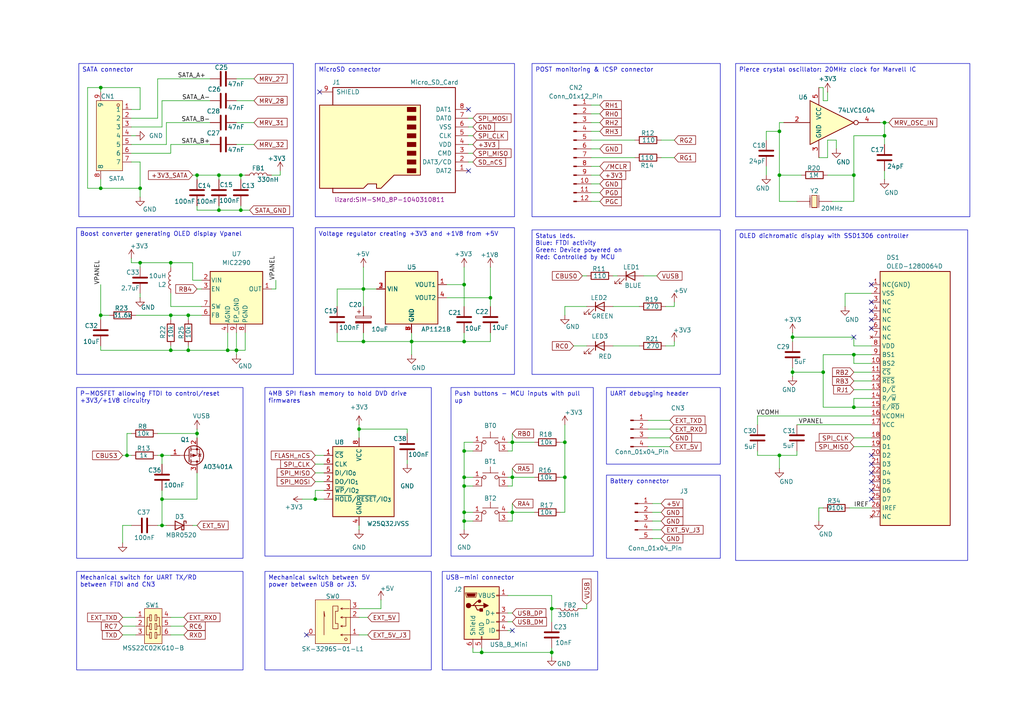
<source format=kicad_sch>
(kicad_sch (version 20250114) (generator "eeschema") (generator_version "9.0")
  (paper "A4")
  (text_box "Boost converter generating OLED display Vpanel" (at 22.225 66.04 0) (size 62.865 42.545) (margins 0.9525 0.9525 0.9525 0.9525) (effects (font (size 1.27 1.27)) (justify left top)))
  (text_box "Mechanical switch for UART TX/RD\nbetween FTDI and CN3" (at 22.225 165.735 0) (size 48.26 28.575) (margins 0.9525 0.9525 0.9525 0.9525) (effects (font (size 1.27 1.27)) (justify left top)))
  (text_box "4MB SPI flash memory to hold DVD drive firmwares" (at 76.835 112.395 0) (size 48.26 48.895) (margins 0.9525 0.9525 0.9525 0.9525) (effects (font (size 1.27 1.27)) (justify left top)))
  (text_box "Voltage regulator creating +3V3 and +1V8 from +5V" (at 91.44 66.04 0) (size 57.785 42.545) (margins 0.9525 0.9525 0.9525 0.9525) (effects (font (size 1.27 1.27)) (justify left top)))
  (text_box "Mechanical switch between 5V\npower between USB or J3." (at 76.835 165.735 0) (size 48.26 28.575) (margins 0.9525 0.9525 0.9525 0.9525) (effects (font (size 1.27 1.27)) (justify left top)))
  (text_box "UART debugging header" (at 175.895 112.395 0) (size 33.02 22.225) (margins 0.9525 0.9525 0.9525 0.9525) (effects (font (size 1.27 1.27)) (justify left top)))
  (text_box "Pierce crystal oscillator: 20MHz clock for Marvell IC" (at 213.36 18.415 0) (size 67.945 44.45) (margins 0.9525 0.9525 0.9525 0.9525) (effects (font (size 1.27 1.27)) (justify left top)))
  (text_box "SATA connector" (at 22.86 18.415 0) (size 62.23 44.45) (margins 0.9525 0.9525 0.9525 0.9525) (effects (font (size 1.27 1.27)) (justify left top)))
  (text_box "OLED dichromatic display with SSD1306 controller" (at 213.36 66.675 0) (size 67.31 95.885) (margins 0.9525 0.9525 0.9525 0.9525) (effects (font (size 1.27 1.27)) (justify left top)))
  (text_box "Push buttons - MCU inputs with pull up" (at 130.81 112.395 0) (size 41.275 48.895) (margins 0.9525 0.9525 0.9525 0.9525) (effects (font (size 1.27 1.27)) (justify left top)))
  (text_box "MicroSD connector" (at 91.44 18.415 0) (size 57.785 44.45) (margins 0.9525 0.9525 0.9525 0.9525) (effects (font (size 1.27 1.27)) (justify left top)))
  (text_box "P-MOSFET allowing FTDI to control/reset +3V3/+1V8 circuitry" (at 22.225 112.395 0) (size 48.26 49.53) (margins 0.9525 0.9525 0.9525 0.9525) (effects (font (size 1.27 1.27)) (justify left top)))
  (text_box "Battery connector" (at 175.895 137.795 0) (size 33.02 24.13) (margins 0.9525 0.9525 0.9525 0.9525) (effects (font (size 1.27 1.27)) (justify left top)))
  (text_box "USB-mini connector" (at 128.27 165.735 0) (size 45.085 28.575) (margins 0.9525 0.9525 0.9525 0.9525) (effects (font (size 1.27 1.27)) (justify left top)))
  (text_box "Status leds.\nBlue: FTDI activity\nGreen: Device powered on\nRed: Controlled by MCU" (at 154.305 66.675 0) (size 54.61 41.91) (margins 0.9525 0.9525 0.9525 0.9525) (effects (font (size 1.27 1.27)) (justify left top)))
  (text_box "POST monitoring & ICSP connector" (at 154.305 18.415 0) (size 54.61 44.45) (margins 0.9525 0.9525 0.9525 0.9525) (effects (font (size 1.27 1.27)) (justify left top)))
  (junction (at 134.62 130.81))
  (junction (at 49.53 91.44))
  (junction (at 229.87 107.95))
  (junction (at 134.62 151.13))
  (junction (at 54.61 101.6))
  (junction (at 160.02 189.23))
  (junction (at 46.99 144.78))
  (junction (at 134.62 140.97))
  (junction (at 163.83 138.43))
  (junction (at 247.65 102.87))
  (junction (at 105.41 99.06))
  (junction (at 104.14 124.46))
  (junction (at 256.54 39.37))
  (junction (at 40.64 54.61))
  (junction (at 238.76 107.95))
  (junction (at 49.53 76.2))
  (junction (at 63.5 60.96))
  (junction (at 46.99 152.4))
  (junction (at 29.21 54.61))
  (junction (at 226.06 38.1))
  (junction (at 163.83 128.27))
  (junction (at 229.87 97.79))
  (junction (at 68.58 101.6))
  (junction (at 148.59 128.27))
  (junction (at 119.38 99.06))
  (junction (at 29.21 91.44))
  (junction (at 134.62 138.43))
  (junction (at 57.15 50.8))
  (junction (at 226.06 50.8))
  (junction (at 36.83 132.08))
  (junction (at 134.62 82.55))
  (junction (at 91.44 144.78))
  (junction (at 69.85 50.8))
  (junction (at 148.59 148.59))
  (junction (at 69.85 60.96))
  (junction (at 54.61 91.44))
  (junction (at 57.15 125.73))
  (junction (at 134.62 99.06))
  (junction (at 247.65 118.11))
  (junction (at 49.53 101.6))
  (junction (at 256.54 35.56))
  (junction (at 142.24 86.36))
  (junction (at 226.06 132.08))
  (junction (at 46.99 132.08))
  (junction (at 134.62 148.59))
  (junction (at 63.5 50.8))
  (junction (at 139.7 189.23))
  (junction (at 160.02 176.53))
  (junction (at 148.59 138.43))
  (junction (at 29.21 25.4))
  (junction (at 105.41 83.82))
  (junction (at 66.04 101.6))
  (junction (at 247.65 50.8))
  (junction (at 40.64 76.2))
  (no_connect (at 252.73 92.71))
  (no_connect (at 148.59 182.88))
  (no_connect (at 252.73 137.16))
  (no_connect (at 252.73 87.63))
  (no_connect (at 252.73 90.17))
  (no_connect (at 247.65 97.79))
  (no_connect (at 252.73 142.24))
  (no_connect (at 252.73 82.55))
  (no_connect (at 92.71 26.67))
  (no_connect (at 135.89 31.75))
  (no_connect (at 252.73 132.08))
  (no_connect (at 88.9 184.15))
  (no_connect (at 252.73 134.62))
  (no_connect (at 252.73 144.78))
  (no_connect (at 252.73 95.25))
  (no_connect (at 252.73 139.7))
  (no_connect (at 135.89 49.53))
  (wire (pts (xy 25.4 25.4) (xy 25.4 54.61)))
  (wire (pts (xy 247.65 39.37) (xy 256.54 39.37)))
  (wire (pts (xy 147.32 180.34) (xy 148.59 180.34)))
  (wire (pts (xy 55.88 76.2) (xy 55.88 81.28)))
  (wire (pts (xy 226.06 132.08) (xy 226.06 135.89)))
  (wire (pts (xy 97.79 99.06) (xy 105.41 99.06)))
  (wire (pts (xy 105.41 96.52) (xy 105.41 99.06)))
  (wire (pts (xy 78.74 50.8) (xy 81.28 50.8)))
  (wire (pts (xy 135.89 44.45) (xy 137.16 44.45)))
  (wire (pts (xy 49.53 76.2) (xy 55.88 76.2)))
  (wire (pts (xy 91.44 139.7) (xy 93.98 139.7)))
  (wire (pts (xy 129.54 86.36) (xy 142.24 86.36)))
  (wire (pts (xy 163.83 91.44) (xy 163.83 88.9)))
  (wire (pts (xy 247.65 110.49) (xy 252.73 110.49)))
  (wire (pts (xy 226.06 58.42) (xy 231.14 58.42)))
  (wire (pts (xy 91.44 142.24) (xy 91.44 144.78)))
  (wire (pts (xy 195.58 87.63) (xy 195.58 88.9)))
  (wire (pts (xy 54.61 100.33) (xy 54.61 101.6)))
  (wire (pts (xy 69.85 50.8) (xy 69.85 52.07)))
  (wire (pts (xy 147.32 138.43) (xy 148.59 138.43)))
  (wire (pts (xy 162.56 138.43) (xy 163.83 138.43)))
  (wire (pts (xy 91.44 137.16) (xy 93.98 137.16)))
  (wire (pts (xy 187.96 124.46) (xy 194.31 124.46)))
  (wire (pts (xy 160.02 189.23) (xy 139.7 189.23)))
  (wire (pts (xy 134.62 99.06) (xy 142.24 99.06)))
  (wire (pts (xy 46.99 144.78) (xy 57.15 144.78)))
  (wire (pts (xy 105.41 99.06) (xy 119.38 99.06)))
  (wire (pts (xy 171.45 48.26) (xy 173.99 48.26)))
  (wire (pts (xy 38.1 132.08) (xy 36.83 132.08)))
  (wire (pts (xy 38.1 31.75) (xy 40.64 31.75)))
  (wire (pts (xy 171.45 33.02) (xy 173.99 33.02)))
  (wire (pts (xy 80.01 83.82) (xy 78.74 83.82)))
  (wire (pts (xy 58.42 81.28) (xy 55.88 81.28)))
  (wire (pts (xy 48.26 35.56) (xy 48.26 41.91)))
  (wire (pts (xy 106.68 184.15) (xy 104.14 184.15)))
  (wire (pts (xy 57.15 83.82) (xy 58.42 83.82)))
  (wire (pts (xy 177.8 80.01) (xy 179.07 80.01)))
  (wire (pts (xy 246.38 147.32) (xy 252.73 147.32)))
  (wire (pts (xy 229.87 97.79) (xy 247.65 97.79)))
  (wire (pts (xy 189.23 146.05) (xy 191.77 146.05)))
  (wire (pts (xy 240.03 26.67) (xy 240.03 29.21)))
  (wire (pts (xy 247.65 100.33) (xy 252.73 100.33)))
  (wire (pts (xy 104.14 176.53) (xy 110.49 176.53)))
  (wire (pts (xy 45.72 22.86) (xy 60.96 22.86)))
  (wire (pts (xy 147.32 140.97) (xy 148.59 140.97)))
  (wire (pts (xy 57.15 50.8) (xy 57.15 52.07)))
  (wire (pts (xy 134.62 82.55) (xy 134.62 88.9)))
  (wire (pts (xy 71.12 50.8) (xy 69.85 50.8)))
  (wire (pts (xy 240.03 45.72) (xy 237.49 45.72)))
  (wire (pts (xy 229.87 107.95) (xy 229.87 106.68)))
  (wire (pts (xy 148.59 135.89) (xy 148.59 138.43)))
  (wire (pts (xy 148.59 146.05) (xy 148.59 148.59)))
  (wire (pts (xy 189.23 156.21) (xy 191.77 156.21)))
  (wire (pts (xy 226.06 35.56) (xy 227.33 35.56)))
  (wire (pts (xy 187.96 121.92) (xy 194.31 121.92)))
  (wire (pts (xy 148.59 140.97) (xy 148.59 138.43)))
  (wire (pts (xy 137.16 187.96) (xy 137.16 189.23)))
  (wire (pts (xy 171.45 55.88) (xy 173.99 55.88)))
  (wire (pts (xy 171.45 30.48) (xy 173.99 30.48)))
  (wire (pts (xy 193.04 100.33) (xy 195.58 100.33)))
  (wire (pts (xy 142.24 99.06) (xy 142.24 96.52)))
  (wire (pts (xy 229.87 96.52) (xy 229.87 97.79)))
  (wire (pts (xy 119.38 99.06) (xy 134.62 99.06)))
  (wire (pts (xy 46.99 29.21) (xy 60.96 29.21)))
  (wire (pts (xy 161.29 176.53) (xy 160.02 176.53)))
  (wire (pts (xy 256.54 49.53) (xy 256.54 52.07)))
  (wire (pts (xy 46.99 142.24) (xy 46.99 144.78)))
  (wire (pts (xy 91.44 132.08) (xy 93.98 132.08)))
  (wire (pts (xy 97.79 96.52) (xy 97.79 99.06)))
  (wire (pts (xy 29.21 52.07) (xy 29.21 54.61)))
  (wire (pts (xy 134.62 148.59) (xy 134.62 151.13)))
  (wire (pts (xy 231.14 132.08) (xy 231.14 130.81)))
  (wire (pts (xy 231.14 123.19) (xy 252.73 123.19)))
  (wire (pts (xy 168.91 80.01) (xy 170.18 80.01)))
  (wire (pts (xy 247.65 58.42) (xy 241.3 58.42)))
  (wire (pts (xy 91.44 144.78) (xy 93.98 144.78)))
  (wire (pts (xy 129.54 82.55) (xy 134.62 82.55)))
  (wire (pts (xy 160.02 189.23) (xy 160.02 187.96)))
  (wire (pts (xy 237.49 147.32) (xy 237.49 151.13)))
  (wire (pts (xy 148.59 128.27) (xy 148.59 130.81)))
  (wire (pts (xy 148.59 148.59) (xy 148.59 151.13)))
  (wire (pts (xy 80.01 81.28) (xy 80.01 83.82)))
  (wire (pts (xy 219.71 120.65) (xy 252.73 120.65)))
  (wire (pts (xy 40.64 46.99) (xy 38.1 46.99)))
  (wire (pts (xy 73.66 22.86) (xy 68.58 22.86)))
  (wire (pts (xy 91.44 142.24) (xy 93.98 142.24)))
  (wire (pts (xy 238.76 118.11) (xy 247.65 118.11)))
  (wire (pts (xy 171.45 43.18) (xy 173.99 43.18)))
  (wire (pts (xy 29.21 91.44) (xy 29.21 92.71)))
  (wire (pts (xy 139.7 189.23) (xy 139.7 187.96)))
  (wire (pts (xy 29.21 91.44) (xy 31.75 91.44)))
  (wire (pts (xy 184.15 40.64) (xy 171.45 40.64)))
  (wire (pts (xy 171.45 58.42) (xy 173.99 58.42)))
  (wire (pts (xy 135.89 39.37) (xy 137.16 39.37)))
  (wire (pts (xy 105.41 77.47) (xy 105.41 83.82)))
  (wire (pts (xy 69.85 50.8) (xy 63.5 50.8)))
  (wire (pts (xy 195.58 99.06) (xy 195.58 100.33)))
  (wire (pts (xy 247.65 115.57) (xy 247.65 118.11)))
  (wire (pts (xy 45.72 132.08) (xy 46.99 132.08)))
  (wire (pts (xy 66.04 96.52) (xy 66.04 101.6)))
  (wire (pts (xy 240.03 45.72) (xy 240.03 40.64)))
  (wire (pts (xy 163.83 128.27) (xy 162.56 128.27)))
  (wire (pts (xy 35.56 152.4) (xy 35.56 157.48)))
  (wire (pts (xy 160.02 172.72) (xy 160.02 176.53)))
  (wire (pts (xy 247.65 115.57) (xy 252.73 115.57)))
  (wire (pts (xy 68.58 101.6) (xy 68.58 102.87)))
  (wire (pts (xy 106.68 179.07) (xy 104.14 179.07)))
  (wire (pts (xy 38.1 152.4) (xy 35.56 152.4)))
  (wire (pts (xy 238.76 107.95) (xy 238.76 118.11)))
  (wire (pts (xy 66.04 101.6) (xy 68.58 101.6)))
  (wire (pts (xy 49.53 184.15) (xy 53.34 184.15)))
  (wire (pts (xy 45.72 152.4) (xy 46.99 152.4)))
  (wire (pts (xy 46.99 152.4) (xy 48.26 152.4)))
  (wire (pts (xy 118.11 133.35) (xy 118.11 134.62)))
  (wire (pts (xy 134.62 130.81) (xy 137.16 130.81)))
  (wire (pts (xy 240.03 40.64) (xy 242.57 40.64)))
  (wire (pts (xy 142.24 86.36) (xy 142.24 88.9)))
  (wire (pts (xy 119.38 96.52) (xy 119.38 99.06)))
  (wire (pts (xy 226.06 50.8) (xy 232.41 50.8)))
  (wire (pts (xy 147.32 177.8) (xy 148.59 177.8)))
  (wire (pts (xy 54.61 91.44) (xy 54.61 92.71)))
  (wire (pts (xy 57.15 124.46) (xy 57.15 125.73)))
  (wire (pts (xy 134.62 130.81) (xy 134.62 138.43)))
  (wire (pts (xy 68.58 101.6) (xy 71.12 101.6)))
  (wire (pts (xy 148.59 125.73) (xy 148.59 128.27)))
  (wire (pts (xy 38.1 74.93) (xy 38.1 76.2)))
  (wire (pts (xy 219.71 132.08) (xy 226.06 132.08)))
  (wire (pts (xy 226.06 38.1) (xy 226.06 50.8)))
  (wire (pts (xy 72.39 60.96) (xy 69.85 60.96)))
  (wire (pts (xy 245.11 85.09) (xy 252.73 85.09)))
  (wire (pts (xy 163.83 88.9) (xy 170.18 88.9)))
  (wire (pts (xy 40.64 25.4) (xy 40.64 31.75)))
  (wire (pts (xy 189.23 148.59) (xy 191.77 148.59)))
  (wire (pts (xy 49.53 41.91) (xy 60.96 41.91)))
  (wire (pts (xy 147.32 172.72) (xy 160.02 172.72)))
  (wire (pts (xy 247.65 97.79) (xy 247.65 100.33)))
  (wire (pts (xy 40.64 57.15) (xy 40.64 54.61)))
  (wire (pts (xy 247.65 113.03) (xy 252.73 113.03)))
  (wire (pts (xy 163.83 128.27) (xy 163.83 138.43)))
  (wire (pts (xy 222.25 48.26) (xy 222.25 50.8)))
  (wire (pts (xy 135.89 46.99) (xy 137.16 46.99)))
  (wire (pts (xy 134.62 128.27) (xy 134.62 130.81)))
  (wire (pts (xy 135.89 41.91) (xy 137.16 41.91)))
  (wire (pts (xy 219.71 123.19) (xy 219.71 120.65)))
  (wire (pts (xy 193.04 88.9) (xy 195.58 88.9)))
  (wire (pts (xy 135.89 36.83) (xy 137.16 36.83)))
  (wire (pts (xy 247.65 50.8) (xy 247.65 39.37)))
  (wire (pts (xy 35.56 181.61) (xy 39.37 181.61)))
  (wire (pts (xy 191.77 45.72) (xy 195.58 45.72)))
  (wire (pts (xy 189.23 151.13) (xy 191.77 151.13)))
  (wire (pts (xy 57.15 59.69) (xy 57.15 60.96)))
  (wire (pts (xy 29.21 100.33) (xy 29.21 101.6)))
  (wire (pts (xy 29.21 25.4) (xy 40.64 25.4)))
  (wire (pts (xy 49.53 101.6) (xy 54.61 101.6)))
  (wire (pts (xy 63.5 50.8) (xy 63.5 52.07)))
  (wire (pts (xy 40.64 86.36) (xy 40.64 85.09)))
  (wire (pts (xy 58.42 88.9) (xy 49.53 88.9)))
  (wire (pts (xy 110.49 176.53) (xy 110.49 173.99)))
  (wire (pts (xy 29.21 82.55) (xy 29.21 91.44)))
  (wire (pts (xy 137.16 138.43) (xy 134.62 138.43)))
  (wire (pts (xy 29.21 101.6) (xy 49.53 101.6)))
  (wire (pts (xy 238.76 29.21) (xy 238.76 25.4)))
  (wire (pts (xy 148.59 151.13) (xy 147.32 151.13)))
  (wire (pts (xy 40.64 54.61) (xy 40.64 46.99)))
  (wire (pts (xy 46.99 134.62) (xy 46.99 132.08)))
  (wire (pts (xy 55.88 50.8) (xy 57.15 50.8)))
  (wire (pts (xy 73.66 41.91) (xy 68.58 41.91)))
  (wire (pts (xy 247.65 102.87) (xy 247.65 105.41)))
  (wire (pts (xy 177.8 100.33) (xy 185.42 100.33)))
  (wire (pts (xy 134.62 151.13) (xy 134.62 153.67)))
  (wire (pts (xy 238.76 102.87) (xy 247.65 102.87)))
  (wire (pts (xy 189.23 153.67) (xy 191.77 153.67)))
  (wire (pts (xy 222.25 38.1) (xy 222.25 40.64)))
  (wire (pts (xy 247.65 129.54) (xy 252.73 129.54)))
  (wire (pts (xy 81.28 49.53) (xy 81.28 50.8)))
  (wire (pts (xy 226.06 35.56) (xy 226.06 38.1)))
  (wire (pts (xy 57.15 50.8) (xy 63.5 50.8)))
  (wire (pts (xy 25.4 54.61) (xy 29.21 54.61)))
  (wire (pts (xy 160.02 176.53) (xy 160.02 180.34)))
  (wire (pts (xy 54.61 101.6) (xy 66.04 101.6)))
  (wire (pts (xy 187.96 129.54) (xy 194.31 129.54)))
  (wire (pts (xy 63.5 59.69) (xy 63.5 60.96)))
  (wire (pts (xy 40.64 54.61) (xy 29.21 54.61)))
  (wire (pts (xy 238.76 102.87) (xy 238.76 107.95)))
  (wire (pts (xy 247.65 102.87) (xy 252.73 102.87)))
  (wire (pts (xy 49.53 41.91) (xy 49.53 44.45)))
  (wire (pts (xy 49.53 101.6) (xy 49.53 100.33)))
  (wire (pts (xy 57.15 125.73) (xy 57.15 127)))
  (wire (pts (xy 49.53 44.45) (xy 38.1 44.45)))
  (wire (pts (xy 171.45 50.8) (xy 173.99 50.8)))
  (wire (pts (xy 171.45 35.56) (xy 173.99 35.56)))
  (wire (pts (xy 148.59 128.27) (xy 147.32 128.27)))
  (wire (pts (xy 46.99 29.21) (xy 46.99 36.83)))
  (wire (pts (xy 148.59 138.43) (xy 154.94 138.43)))
  (wire (pts (xy 105.41 88.9) (xy 105.41 83.82)))
  (wire (pts (xy 134.62 77.47) (xy 134.62 82.55)))
  (wire (pts (xy 142.24 77.47) (xy 142.24 86.36)))
  (wire (pts (xy 49.53 91.44) (xy 54.61 91.44)))
  (wire (pts (xy 91.44 134.62) (xy 93.98 134.62)))
  (wire (pts (xy 186.69 80.01) (xy 190.5 80.01)))
  (wire (pts (xy 240.03 50.8) (xy 247.65 50.8)))
  (wire (pts (xy 166.37 100.33) (xy 170.18 100.33)))
  (wire (pts (xy 247.65 105.41) (xy 252.73 105.41)))
  (wire (pts (xy 170.18 176.53) (xy 168.91 176.53)))
  (wire (pts (xy 46.99 36.83) (xy 38.1 36.83)))
  (wire (pts (xy 134.62 151.13) (xy 137.16 151.13)))
  (wire (pts (xy 35.56 184.15) (xy 39.37 184.15)))
  (wire (pts (xy 48.26 41.91) (xy 38.1 41.91)))
  (wire (pts (xy 104.14 152.4) (xy 104.14 153.67)))
  (wire (pts (xy 137.16 148.59) (xy 134.62 148.59)))
  (wire (pts (xy 29.21 25.4) (xy 29.21 26.67)))
  (wire (pts (xy 38.1 39.37) (xy 39.37 39.37)))
  (wire (pts (xy 171.45 45.72) (xy 184.15 45.72)))
  (wire (pts (xy 118.11 125.73) (xy 118.11 124.46)))
  (wire (pts (xy 255.27 35.56) (xy 256.54 35.56)))
  (wire (pts (xy 49.53 92.71) (xy 49.53 91.44)))
  (wire (pts (xy 177.8 88.9) (xy 185.42 88.9)))
  (wire (pts (xy 57.15 144.78) (xy 57.15 137.16)))
  (wire (pts (xy 36.83 132.08) (xy 36.83 125.73)))
  (wire (pts (xy 148.59 182.88) (xy 147.32 182.88)))
  (wire (pts (xy 162.56 148.59) (xy 163.83 148.59)))
  (wire (pts (xy 134.62 140.97) (xy 134.62 148.59)))
  (wire (pts (xy 247.65 127) (xy 252.73 127)))
  (wire (pts (xy 73.66 35.56) (xy 68.58 35.56)))
  (wire (pts (xy 45.72 22.86) (xy 45.72 34.29)))
  (wire (pts (xy 35.56 179.07) (xy 39.37 179.07)))
  (wire (pts (xy 46.99 152.4) (xy 46.99 144.78)))
  (wire (pts (xy 29.21 25.4) (xy 25.4 25.4)))
  (wire (pts (xy 137.16 189.23) (xy 139.7 189.23)))
  (wire (pts (xy 97.79 83.82) (xy 105.41 83.82)))
  (wire (pts (xy 55.88 152.4) (xy 57.15 152.4)))
  (wire (pts (xy 40.64 76.2) (xy 49.53 76.2)))
  (wire (pts (xy 256.54 39.37) (xy 256.54 35.56)))
  (wire (pts (xy 36.83 125.73) (xy 38.1 125.73)))
  (wire (pts (xy 240.03 29.21) (xy 238.76 29.21)))
  (wire (pts (xy 134.62 138.43) (xy 134.62 140.97)))
  (wire (pts (xy 229.87 107.95) (xy 229.87 109.22)))
  (wire (pts (xy 148.59 148.59) (xy 154.94 148.59)))
  (wire (pts (xy 104.14 123.19) (xy 104.14 124.46)))
  (wire (pts (xy 45.72 34.29) (xy 38.1 34.29)))
  (wire (pts (xy 45.72 125.73) (xy 57.15 125.73)))
  (wire (pts (xy 39.37 91.44) (xy 49.53 91.44)))
  (wire (pts (xy 134.62 96.52) (xy 134.62 99.06)))
  (wire (pts (xy 147.32 148.59) (xy 148.59 148.59)))
  (wire (pts (xy 256.54 39.37) (xy 256.54 41.91)))
  (wire (pts (xy 54.61 91.44) (xy 58.42 91.44)))
  (wire (pts (xy 38.1 76.2) (xy 40.64 76.2)))
  (wire (pts (xy 73.66 29.21) (xy 68.58 29.21)))
  (wire (pts (xy 229.87 97.79) (xy 229.87 99.06)))
  (wire (pts (xy 48.26 35.56) (xy 60.96 35.56)))
  (wire (pts (xy 171.45 53.34) (xy 173.99 53.34)))
  (wire (pts (xy 135.89 34.29) (xy 137.16 34.29)))
  (wire (pts (xy 69.85 60.96) (xy 63.5 60.96)))
  (wire (pts (xy 247.65 118.11) (xy 252.73 118.11)))
  (wire (pts (xy 104.14 124.46) (xy 118.11 124.46)))
  (wire (pts (xy 187.96 127) (xy 194.31 127)))
  (wire (pts (xy 105.41 83.82) (xy 109.22 83.82)))
  (wire (pts (xy 245.11 85.09) (xy 245.11 88.9)))
  (wire (pts (xy 148.59 128.27) (xy 154.94 128.27)))
  (wire (pts (xy 69.85 60.96) (xy 69.85 59.69)))
  (wire (pts (xy 119.38 102.87) (xy 119.38 99.06)))
  (wire (pts (xy 219.71 132.08) (xy 219.71 130.81)))
  (wire (pts (xy 49.53 77.47) (xy 49.53 76.2)))
  (wire (pts (xy 137.16 128.27) (xy 134.62 128.27)))
  (wire (pts (xy 170.18 176.53) (xy 170.18 175.26)))
  (wire (pts (xy 256.54 35.56) (xy 257.81 35.56)))
  (wire (pts (xy 226.06 132.08) (xy 231.14 132.08)))
  (wire (pts (xy 63.5 60.96) (xy 57.15 60.96)))
  (wire (pts (xy 49.53 181.61) (xy 53.34 181.61)))
  (wire (pts (xy 226.06 50.8) (xy 226.06 58.42)))
  (wire (pts (xy 171.45 38.1) (xy 173.99 38.1)))
  (wire (pts (xy 49.53 179.07) (xy 53.34 179.07)))
  (wire (pts (xy 71.12 96.52) (xy 71.12 101.6)))
  (wire (pts (xy 36.83 132.08) (xy 35.56 132.08)))
  (wire (pts (xy 49.53 85.09) (xy 49.53 88.9)))
  (wire (pts (xy 242.57 43.18) (xy 242.57 40.64)))
  (wire (pts (xy 238.76 25.4) (xy 237.49 25.4)))
  (wire (pts (xy 148.59 130.81) (xy 147.32 130.81)))
  (wire (pts (xy 237.49 147.32) (xy 238.76 147.32)))
  (wire (pts (xy 247.65 58.42) (xy 247.65 50.8)))
  (wire (pts (xy 163.83 138.43) (xy 163.83 148.59)))
  (wire (pts (xy 104.14 124.46) (xy 104.14 127)))
  (wire (pts (xy 222.25 38.1) (xy 226.06 38.1)))
  (wire (pts (xy 163.83 123.19) (xy 163.83 128.27)))
  (wire (pts (xy 160.02 189.23) (xy 160.02 190.5)))
  (wire (pts (xy 40.64 76.2) (xy 40.64 77.47)))
  (wire (pts (xy 68.58 96.52) (xy 68.58 101.6)))
  (wire (pts (xy 238.76 107.95) (xy 229.87 107.95)))
  (wire (pts (xy 46.99 132.08) (xy 49.53 132.08)))
  (wire (pts (xy 87.63 144.78) (xy 91.44 144.78)))
  (wire (pts (xy 191.77 40.64) (xy 195.58 40.64)))
  (wire (pts (xy 134.62 140.97) (xy 137.16 140.97)))
  (wire (pts (xy 247.65 107.95) (xy 252.73 107.95)))
  (wire (pts (xy 97.79 88.9) (xy 97.79 83.82)))
  (label "SATA_B-" (at 60.96 35.56 180))
  (label "SATA_B+" (at 60.96 41.91 180))
  (label "IREF" (at 247.65 147.32 0))
  (label "VPANEL" (at 29.21 82.55 90))
  (label "SATA_A-" (at 60.96 29.21 180))
  (label "VPANEL" (at 80.01 81.28 90))
  (label "VPANEL" (at 238.76 123.19 180))
  (label "SATA_A+" (at 59.69 22.86 180))
  (label "VCOMH" (at 226.06 120.65 180))
  (global_label "EXT_5V_J3" (shape input) (at 191.77 153.67 0) (property "Intersheetrefs" "${INTERSHEET_REFS}" (effects (hide yes))))
  (global_label "GND" (shape input) (at 191.77 151.13 0) (property "Intersheetrefs" "${INTERSHEET_REFS}" (effects (hide yes))))
  (global_label "GND" (shape input) (at 191.77 156.21 0) (property "Intersheetrefs" "${INTERSHEET_REFS}" (effects (hide yes))))
  (global_label "RC7" (shape input) (at 35.56 181.61 180) (property "Intersheetrefs" "${INTERSHEET_REFS}" (effects (hide yes))))
  (global_label "VUSB" (shape input) (at 190.5 80.01 0) (property "Intersheetrefs" "${INTERSHEET_REFS}" (effects (hide yes))))
  (global_label "PGC" (shape input) (at 173.99 58.42 0) (property "Intersheetrefs" "${INTERSHEET_REFS}" (effects (hide yes))))
  (global_label "EXT_5V_J3" (shape input) (at 106.68 184.15 0) (property "Intersheetrefs" "${INTERSHEET_REFS}" (effects (hide yes))))
  (global_label "USB_DM" (shape input) (at 148.59 180.34 0) (property "Intersheetrefs" "${INTERSHEET_REFS}" (effects (hide yes))))
  (global_label "RH0" (shape input) (at 173.99 33.02 0) (property "Intersheetrefs" "${INTERSHEET_REFS}" (effects (hide yes))))
  (global_label "RA5" (shape input) (at 148.59 135.89 0) (property "Intersheetrefs" "${INTERSHEET_REFS}" (effects (hide yes))))
  (global_label "+3V3" (shape input) (at 137.16 41.91 0) (property "Intersheetrefs" "${INTERSHEET_REFS}" (effects (hide yes))))
  (global_label "GND" (shape input) (at 191.77 148.59 0) (property "Intersheetrefs" "${INTERSHEET_REFS}" (effects (hide yes))))
  (global_label "RG1" (shape input) (at 195.58 45.72 0) (property "Intersheetrefs" "${INTERSHEET_REFS}" (effects (hide yes))))
  (global_label "SPI_MISO" (shape input) (at 247.65 129.54 180) (property "Intersheetrefs" "${INTERSHEET_REFS}" (effects (hide yes))))
  (global_label "RA4" (shape input) (at 148.59 146.05 0) (property "Intersheetrefs" "${INTERSHEET_REFS}" (effects (hide yes))))
  (global_label "EXT_TXD" (shape input) (at 194.31 121.92 0) (property "Intersheetrefs" "${INTERSHEET_REFS}" (effects (hide yes))))
  (global_label "GND" (shape input) (at 173.99 43.18 0) (property "Intersheetrefs" "${INTERSHEET_REFS}" (effects (hide yes))))
  (global_label "RB4" (shape input) (at 57.15 83.82 180) (property "Intersheetrefs" "${INTERSHEET_REFS}" (effects (hide yes))))
  (global_label "PGD" (shape input) (at 173.99 55.88 0) (property "Intersheetrefs" "${INTERSHEET_REFS}" (effects (hide yes))))
  (global_label "GND" (shape input) (at 137.16 36.83 0) (property "Intersheetrefs" "${INTERSHEET_REFS}" (effects (hide yes))))
  (global_label "EXT_5V" (shape input) (at 57.15 152.4 0) (property "Intersheetrefs" "${INTERSHEET_REFS}" (effects (hide yes))))
  (global_label "MRV_OSC_IN" (shape input) (at 257.81 35.56 0) (property "Intersheetrefs" "${INTERSHEET_REFS}" (effects (hide yes))))
  (global_label "RJ1" (shape input) (at 247.65 113.03 180) (property "Intersheetrefs" "${INTERSHEET_REFS}" (effects (hide yes))))
  (global_label "MRV_27" (shape input) (at 73.66 22.86 0) (property "Intersheetrefs" "${INTERSHEET_REFS}" (effects (hide yes))))
  (global_label "SPI_CLK" (shape input) (at 137.16 39.37 0) (property "Intersheetrefs" "${INTERSHEET_REFS}" (effects (hide yes))))
  (global_label "+5V" (shape input) (at 191.77 146.05 0) (property "Intersheetrefs" "${INTERSHEET_REFS}" (effects (hide yes))))
  (global_label "RH1" (shape input) (at 173.99 30.48 0) (property "Intersheetrefs" "${INTERSHEET_REFS}" (effects (hide yes))))
  (global_label "EXT_5V" (shape input) (at 194.31 129.54 0) (property "Intersheetrefs" "${INTERSHEET_REFS}" (effects (hide yes))))
  (global_label "SD_nCS" (shape input) (at 137.16 46.99 0) (property "Intersheetrefs" "${INTERSHEET_REFS}" (effects (hide yes))))
  (global_label "RC0" (shape input) (at 166.37 100.33 180) (property "Intersheetrefs" "${INTERSHEET_REFS}" (effects (hide yes))))
  (global_label "EXT_5V" (shape input) (at 106.68 179.07 0) (property "Intersheetrefs" "${INTERSHEET_REFS}" (effects (hide yes))))
  (global_label "RC6" (shape input) (at 53.34 181.61 0) (property "Intersheetrefs" "${INTERSHEET_REFS}" (effects (hide yes))))
  (global_label "MRV_28" (shape input) (at 73.66 29.21 0) (property "Intersheetrefs" "${INTERSHEET_REFS}" (effects (hide yes))))
  (global_label "SPI_CLK" (shape input) (at 247.65 127 180) (property "Intersheetrefs" "${INTERSHEET_REFS}" (effects (hide yes))))
  (global_label "EXT_RXD" (shape input) (at 53.34 179.07 0) (property "Intersheetrefs" "${INTERSHEET_REFS}" (effects (hide yes))))
  (global_label "FLASH_nCS" (shape input) (at 91.44 132.08 180) (property "Intersheetrefs" "${INTERSHEET_REFS}" (effects (hide yes))))
  (global_label "SPI_MISO" (shape input) (at 137.16 44.45 0) (property "Intersheetrefs" "${INTERSHEET_REFS}" (effects (hide yes))))
  (global_label "GND" (shape input) (at 173.99 53.34 0) (property "Intersheetrefs" "${INTERSHEET_REFS}" (effects (hide yes))))
  (global_label "RXD" (shape input) (at 53.34 184.15 0) (property "Intersheetrefs" "${INTERSHEET_REFS}" (effects (hide yes))))
  (global_label "SATA_GND" (shape input) (at 72.39 60.96 0) (property "Intersheetrefs" "${INTERSHEET_REFS}" (effects (hide yes))))
  (global_label "GND" (shape input) (at 194.31 127 0) (property "Intersheetrefs" "${INTERSHEET_REFS}" (effects (hide yes))))
  (global_label "RH3" (shape input) (at 173.99 38.1 0) (property "Intersheetrefs" "${INTERSHEET_REFS}" (effects (hide yes))))
  (global_label "{slash}MCLR" (shape input) (at 173.99 48.26 0) (property "Intersheetrefs" "${INTERSHEET_REFS}" (effects (hide yes))))
  (global_label "CBUS3" (shape input) (at 35.56 132.08 180) (property "Intersheetrefs" "${INTERSHEET_REFS}" (effects (hide yes))))
  (global_label "SPI_CLK" (shape input) (at 91.44 134.62 180) (property "Intersheetrefs" "${INTERSHEET_REFS}" (effects (hide yes))))
  (global_label "RG2" (shape input) (at 195.58 40.64 0) (property "Intersheetrefs" "${INTERSHEET_REFS}" (effects (hide yes))))
  (global_label "USB_DP" (shape input) (at 148.59 177.8 0) (property "Intersheetrefs" "${INTERSHEET_REFS}" (effects (hide yes))))
  (global_label "RB0" (shape input) (at 148.59 125.73 0) (property "Intersheetrefs" "${INTERSHEET_REFS}" (effects (hide yes))))
  (global_label "MRV_32" (shape input) (at 73.66 41.91 0) (property "Intersheetrefs" "${INTERSHEET_REFS}" (effects (hide yes))))
  (global_label "SPI_MOSI" (shape input) (at 91.44 139.7 180) (property "Intersheetrefs" "${INTERSHEET_REFS}" (effects (hide yes))))
  (global_label "TXD" (shape input) (at 35.56 184.15 180) (property "Intersheetrefs" "${INTERSHEET_REFS}" (effects (hide yes))))
  (global_label "SPI_MISO" (shape input) (at 91.44 137.16 180) (property "Intersheetrefs" "${INTERSHEET_REFS}" (effects (hide yes))))
  (global_label "+3V3" (shape input) (at 173.99 50.8 0) (property "Intersheetrefs" "${INTERSHEET_REFS}" (effects (hide yes))))
  (global_label "RH2" (shape input) (at 173.99 35.56 0) (property "Intersheetrefs" "${INTERSHEET_REFS}" (effects (hide yes))))
  (global_label "VUSB" (shape input) (at 170.18 175.26 90) (property "Intersheetrefs" "${INTERSHEET_REFS}" (effects (hide yes))))
  (global_label "EXT_RXD" (shape input) (at 194.31 124.46 0) (property "Intersheetrefs" "${INTERSHEET_REFS}" (effects (hide yes))))
  (global_label "RB3" (shape input) (at 247.65 110.49 180) (property "Intersheetrefs" "${INTERSHEET_REFS}" (effects (hide yes))))
  (global_label "MRV_31" (shape input) (at 73.66 35.56 0) (property "Intersheetrefs" "${INTERSHEET_REFS}" (effects (hide yes))))
  (global_label "SPI_MOSI" (shape input) (at 137.16 34.29 0) (property "Intersheetrefs" "${INTERSHEET_REFS}" (effects (hide yes))))
  (global_label "+3V3_SATA" (shape input) (at 55.88 50.8 180) (property "Intersheetrefs" "${INTERSHEET_REFS}" (effects (hide yes))))
  (global_label "CBUS0" (shape input) (at 168.91 80.01 180) (property "Intersheetrefs" "${INTERSHEET_REFS}" (effects (hide yes))))
  (global_label "RB2" (shape input) (at 247.65 107.95 180) (property "Intersheetrefs" "${INTERSHEET_REFS}" (effects (hide yes))))
  (global_label "EXT_TXD" (shape input) (at 35.56 179.07 180) (property "Intersheetrefs" "${INTERSHEET_REFS}" (effects (hide yes))))
  (symbol (lib_id "power:GND") (at 160.02 190.5 0) (unit 1)
    (property "Reference" "#PWR08" (effects (hide yes)))
    (property "Value" "GND" (at 163.576 192.532 0))
    (property "Description" "Power symbol creates a global label with name \"GND\" , ground" (effects (hide yes)))
  )
  (symbol (lib_id "power:+1V8") (at 142.24 77.47 0) (unit 1)
    (property "Reference" "#PWR06" (effects (hide yes)))
    (property "Value" "+1V8" (at 141.986 73.914 0))
    (property "Description" "Power symbol creates a global label with name \"+1V8\"" (effects (hide yes)))
  )
  (symbol (lib_id "Device:R") (at 187.96 40.64 270) (unit 1)
    (property "Reference" "R12" (at 185.928 38.608 90) (effects (justify left)))
    (property "Value" "110" (at 186.182 40.64 90) (effects (justify left)))
    (property "Footprint" "Resistor_SMD:R_0603_1608Metric" (effects (hide yes)))
  )
  (symbol (lib_id "power:GND") (at 226.06 135.89 0) (unit 1)
    (property "Reference" "#PWR027" (effects (hide yes)))
    (property "Value" "GND" (at 228.092 139.7 0))
    (property "Description" "Power symbol creates a global label with name \"GND\" , ground" (effects (hide yes)))
  )
  (symbol (lib_id "Switch:SW_MEC_5E") (at 142.24 140.97 0) (unit 1)
    (property "Reference" "BT1" (at 142.24 133.858 0))
    (property "Value" "SW_Push" (effects (hide yes)))
    (property "Footprint" "lizard:KEY-SMD_4P-L6.0-W6.0-P4.50-LS9.0" (effects (hide yes)))
    (property "Datasheet" "http://www.apem.com/int/index.php?controller=attachment&id_attachment=1371" (effects (hide yes)))
    (property "Description" "MEC 5E single pole normally-open tactile switch" (effects (hide yes)))
  )
  (symbol (lib_id "Device:C") (at 41.91 152.4 90) (mirror x) (unit 1)
    (property "Reference" "C37" (at 41.656 148.59 90))
    (property "Value" "100nF" (at 41.91 155.956 90))
    (property "Footprint" "Capacitor_SMD:C_0603_1608Metric" (effects (hide yes)))
    (property "Description" "Unpolarized capacitor" (effects (hide yes)))
  )
  (symbol (lib_id "Device:L") (at 49.53 81.28 180) (unit 1)
    (property "Reference" "L2" (at 48.26 82.5501 0) (effects (justify left)))
    (property "Value" "10uH" (at 48.26 80.0101 0) (effects (justify left)))
    (property "Footprint" "Inductor_SMD_Wurth:L_Wurth_WE-LQSH-3012" (effects (hide yes)))
  )
  (symbol (lib_id "lizard:MSS22C02KG10-B") (at 44.45 181.61 90) (mirror x) (unit 1)
    (property "Reference" "SW1" (at 44.196 175.514 90))
    (property "Value" "MSS22C02KG10-B" (at 44.45 187.96 90))
    (property "Footprint" "lizard:SW-SMD_6P-L7.2-W3.6-P2.50-TL" (effects (hide yes)))
    (property "LCSC Part" "C22435671" (effects (hide yes)))
  )
  (symbol (lib_id "power:GND") (at 68.58 102.87 0) (unit 1)
    (property "Reference" "#PWR029" (effects (hide yes)))
    (property "Value" "GND" (at 71.12 106.172 0))
    (property "Description" "Power symbol creates a global label with name \"GND\" , ground" (effects (hide yes)))
  )
  (symbol (lib_id "Device:C") (at 231.14 127 180) (unit 1)
    (property "Reference" "C31" (at 230.886 124.968 0) (effects (justify left)))
    (property "Value" "5uF" (at 230.632 129.286 0) (effects (justify left)))
    (property "Footprint" "Capacitor_SMD:C_0805_2012Metric" (effects (hide yes)))
    (property "Description" "Unpolarized capacitor" (effects (hide yes)))
  )
  (symbol (lib_id "Device:C") (at 64.77 22.86 270) (mirror x) (unit 1)
    (property "Reference" "C25" (at 62.23 19.558 90) (effects (justify left)))
    (property "Value" "47nF" (at 66.04 24.384 90) (effects (justify left)))
    (property "Footprint" "Capacitor_SMD:C_0603_1608Metric" (effects (hide yes)))
    (property "Description" "Unpolarized capacitor" (effects (hide yes)))
  )
  (symbol (lib_id "Device:C") (at 219.71 127 180) (unit 1)
    (property "Reference" "C30" (at 219.456 124.968 0) (effects (justify left)))
    (property "Value" "5uF" (at 219.456 129.54 0) (effects (justify left)))
    (property "Footprint" "Capacitor_SMD:C_0805_2012Metric" (effects (hide yes)))
    (property "Description" "Unpolarized capacitor" (effects (hide yes)))
  )
  (symbol (lib_id "power:+3V3") (at 104.14 123.19 0) (unit 1)
    (property "Reference" "#PWR011" (effects (hide yes)))
    (property "Value" "+3V3" (at 104.14 118.11 0))
    (property "Description" "Power symbol creates a global label with name \"+3V3\"" (effects (hide yes)))
  )
  (symbol (lib_id "Device:C") (at 57.15 55.88 0) (mirror y) (unit 1)
    (property "Reference" "C14" (at 61.214 53.848 0) (effects (justify left)))
    (property "Value" "100nF" (at 56.642 58.42 0) (effects (justify left)))
    (property "Footprint" "Capacitor_SMD:C_0603_1608Metric" (effects (hide yes)))
    (property "Description" "Unpolarized capacitor" (effects (hide yes)))
  )
  (symbol (lib_id "power:GND") (at 229.87 109.22 0) (unit 1)
    (property "Reference" "#PWR043" (effects (hide yes)))
    (property "Value" "GND" (at 228.854 113.03 0))
    (property "Description" "Power symbol creates a global label with name \"GND\" , ground" (effects (hide yes)))
  )
  (symbol (lib_id "Device:R") (at 41.91 132.08 270) (unit 1)
    (property "Reference" "R13" (at 41.656 130.048 90))
    (property "Value" "1k" (at 41.656 132.08 90))
    (property "Footprint" "Resistor_SMD:R_0805_2012Metric" (effects (hide yes)))
  )
  (symbol (lib_id "Device:C") (at 64.77 41.91 270) (mirror x) (unit 1)
    (property "Reference" "C27" (at 59.944 38.608 90) (effects (justify left)))
    (property "Value" "47nF" (at 66.04 43.434 90) (effects (justify left)))
    (property "Footprint" "Capacitor_SMD:C_0603_1608Metric" (effects (hide yes)))
    (property "Description" "Unpolarized capacitor" (effects (hide yes)))
  )
  (symbol (lib_id "power:GND") (at 222.25 50.8 0) (unit 1)
    (property "Reference" "#PWR033" (effects (hide yes)))
    (property "Value" "GND" (at 221.234 54.61 0))
    (property "Description" "Power symbol creates a global label with name \"GND\" , ground" (effects (hide yes)))
  )
  (symbol (lib_id "power:GND") (at 118.11 134.62 0) (unit 1)
    (property "Reference" "#PWR039" (effects (hide yes)))
    (property "Value" "GND" (at 118.11 140.97 0))
    (property "Description" "Power symbol creates a global label with name \"GND\" , ground" (effects (hide yes)))
  )
  (symbol (lib_id "power:GND") (at 104.14 153.67 0) (unit 1)
    (property "Reference" "#PWR04" (effects (hide yes)))
    (property "Value" "GND" (at 104.14 158.75 0))
    (property "Description" "Power symbol creates a global label with name \"GND\" , ground" (effects (hide yes)))
  )
  (symbol (lib_id "Memory_Flash:W25Q32JVSS") (at 104.14 139.7 0) (unit 1)
    (property "Reference" "U8" (at 97.028 128.27 0) (effects (justify left)))
    (property "Value" "W25Q32JVSS" (at 106.426 151.892 0) (effects (justify left)))
    (property "Footprint" "Package_SO:SOIC-8_5.3x5.3mm_P1.27mm" (effects (hide yes)))
    (property "Datasheet" "http://www.winbond.com/resource-files/w25q32jv%20revg%2003272018%20plus.pdf" (effects (hide yes)))
    (property "Description" "32Mbit / 4MiB Serial Flash Memory, Standard/Dual/Quad SPI, 2.7-3.6V, SOIC-8 (208 mil)" (effects (hide yes)))
  )
  (symbol (lib_id "power:GND") (at 119.38 102.87 0) (unit 1)
    (property "Reference" "#PWR026" (effects (hide yes)))
    (property "Value" "GND" (at 121.412 106.68 0))
    (property "Description" "Power symbol creates a global label with name \"GND\" , ground" (effects (hide yes)))
  )
  (symbol (lib_id "Device:C") (at 256.54 45.72 0) (unit 1)
    (property "Reference" "C17" (at 252.476 43.434 0) (effects (justify left)))
    (property "Value" "24pF" (at 257.302 48.26 0) (effects (justify left)))
    (property "Footprint" "Capacitor_SMD:C_0603_1608Metric" (effects (hide yes)))
    (property "Description" "Unpolarized capacitor" (effects (hide yes)))
  )
  (symbol (lib_id "Device:R") (at 236.22 50.8 90) (unit 1)
    (property "Reference" "R20" (at 237.998 48.768 90) (effects (justify left)))
    (property "Value" "1M" (at 237.49 50.8 90) (effects (justify left)))
    (property "Footprint" "Resistor_SMD:R_0603_1608Metric" (effects (hide yes)))
  )
  (symbol (lib_id "power:GND") (at 40.64 57.15 0) (unit 1)
    (property "Reference" "#PWR01" (effects (hide yes)))
    (property "Value" "GND" (at 43.434 60.706 0))
    (property "Description" "Power symbol creates a global label with name \"GND\" , ground" (effects (hide yes)))
  )
  (symbol (lib_id "Device:LED") (at 173.99 88.9 0) (unit 1)
    (property "Reference" "LED2" (at 173.736 86.36 0))
    (property "Value" "GREEN" (at 174.752 91.694 0))
    (property "Footprint" "LED_SMD:LED_0805_2012Metric_Pad1.15x1.40mm_HandSolder" (effects (hide yes)))
    (property "Description" "Light emitting diode" (effects (hide yes)))
    (property "Sim.Pins" "1=K 2=A" (effects (hide yes)))
  )
  (symbol (lib_id "Device:R") (at 158.75 148.59 90) (mirror x) (unit 1)
    (property "Reference" "R17" (at 158.496 146.558 90))
    (property "Value" "10k" (at 158.496 148.59 90))
    (property "Footprint" "Resistor_SMD:R_0603_1608Metric" (effects (hide yes)))
  )
  (symbol (lib_id "lizard:SK-3296S-01-L1") (at 96.52 181.61 180) (unit 1)
    (property "Reference" "SW0" (at 96.52 172.974 0))
    (property "Value" "SK-3296S-01-L1" (at 96.52 188.214 0))
    (property "Footprint" "lizard:SW-SMD_3P-P1.50_L2.7-W6.6" (effects (hide yes)))
    (property "Datasheet" "https://lcsc.com/product-detail/Toggle-Switches_XKB-Enterprise-SK-3296S-01-L1_C319020.html" (effects (hide yes)))
    (property "LCSC Part" "C319020" (effects (hide yes)))
  )
  (symbol (lib_id "Switch:SW_MEC_5E") (at 142.24 151.13 0) (unit 1)
    (property "Reference" "BT2" (at 142.24 144.526 0))
    (property "Value" "SW_Push" (effects (hide yes)))
    (property "Footprint" "lizard:KEY-SMD_4P-L6.0-W6.0-P4.50-LS9.0" (effects (hide yes)))
    (property "Datasheet" "http://www.apem.com/int/index.php?controller=attachment&id_attachment=1371" (effects (hide yes)))
    (property "Description" "MEC 5E single pole normally-open tactile switch" (effects (hide yes)))
  )
  (symbol (lib_id "power:+5V") (at 105.41 77.47 0) (unit 1)
    (property "Reference" "#PWR07" (effects (hide yes)))
    (property "Value" "+5V" (at 105.156 73.66 0))
    (property "Description" "Power symbol creates a global label with name \"+5V\"" (effects (hide yes)))
  )
  (symbol (lib_id "power:+3V3") (at 134.62 77.47 0) (unit 1)
    (property "Reference" "#PWR015" (effects (hide yes)))
    (property "Value" "+3V3" (at 134.366 73.66 0))
    (property "Description" "Power symbol creates a global label with name \"+3V3\"" (effects (hide yes)))
  )
  (symbol (lib_name "L_1") (lib_id "Device:L") (at 165.1 176.53 90) (mirror x) (unit 1)
    (property "Reference" "FB2" (at 165.354 175.514 90))
    (property "Value" "330nH" (at 164.846 178.308 90))
    (property "Footprint" "Inductor_SMD:L_0805_2012Metric_Pad1.15x1.40mm_HandSolder" (effects (hide yes)))
    (property "Description" "Inductor" (effects (hide yes)))
  )
  (symbol (lib_id "Connector:USB_B_Mini") (at 139.7 177.8 0) (unit 1)
    (property "Reference" "J2" (at 132.842 170.942 0))
    (property "Value" "USB_B_Mini" (at 147.574 186.944 0))
    (property "Footprint" "Connector_USB:USB_Mini-B_Wuerth_65100516121_Horizontal" (effects (hide yes)))
    (property "Description" "USB Mini Type B connector" (effects (hide yes)))
  )
  (symbol (lib_id "Switch:SW_MEC_5E") (at 142.24 130.81 0) (unit 1)
    (property "Reference" "BT0" (at 142.24 123.444 0))
    (property "Value" "SW_Push" (effects (hide yes)))
    (property "Footprint" "lizard:KEY-SMD_4P-L6.0-W6.0-P4.50-LS9.0" (effects (hide yes)))
    (property "Datasheet" "http://www.apem.com/int/index.php?controller=attachment&id_attachment=1371" (effects (hide yes)))
    (property "Description" "MEC 5E single pole normally-open tactile switch" (effects (hide yes)))
  )
  (symbol (lib_id "Device:R") (at 187.96 45.72 90) (unit 1)
    (property "Reference" "R14" (at 187.706 48.006 90))
    (property "Value" "110" (at 187.706 45.72 90))
    (property "Footprint" "Resistor_SMD:R_0603_1608Metric" (effects (hide yes)))
  )
  (symbol (lib_id "power:+5V") (at 110.49 173.99 0) (unit 1)
    (property "Reference" "#PWR020" (effects (hide yes)))
    (property "Value" "+5V" (at 112.268 170.688 0))
    (property "Description" "Power symbol creates a global label with name \"+5V\"" (effects (hide yes)))
  )
  (symbol (lib_id "power:+3V3") (at 240.03 26.67 0) (unit 1)
    (property "Reference" "#PWR031" (effects (hide yes)))
    (property "Value" "+3V3" (at 240.03 22.86 0))
    (property "Description" "Power symbol creates a global label with name \"+3V3\"" (effects (hide yes)))
  )
  (symbol (lib_id "Device:C") (at 229.87 102.87 180) (unit 1)
    (property "Reference" "C29" (at 229.108 100.584 0) (effects (justify left)))
    (property "Value" "5uF" (at 233.934 104.902 0) (effects (justify left)))
    (property "Footprint" "Capacitor_SMD:C_0805_2012Metric" (effects (hide yes)))
    (property "Description" "Unpolarized capacitor" (effects (hide yes)))
  )
  (symbol (lib_id "lizard:AP1121B") (at 119.38 83.82 0) (unit 1)
    (property "Reference" "U5" (at 119.38 77.47 0))
    (property "Value" "AP1121B" (at 126.492 95.504 0))
    (property "Footprint" "Package_SO:TSSOP-8_3x3mm_P0.65mm" (effects (hide yes)))
    (property "Description" "Dual 500mA μCap Low Dropout Micropower Linear Regulator, 3.3V/1.0V, MSOP-8" (effects (hide yes)))
  )
  (symbol (lib_id "Display_Graphic:OLED-128O064D") (at 265.43 118.11 0) (unit 1)
    (property "Reference" "DS1" (at 257.048 74.676 0) (effects (justify left)))
    (property "Value" "OLED-128O064D" (at 257.048 77.216 0) (effects (justify left)))
    (property "Footprint" "Display:OLED-128O064D" (effects (hide yes)))
    (property "Description" "OLED display 128x64" (effects (hide yes)))
  )
  (symbol (lib_id "74xGxx:74LVC1G04") (at 242.57 35.56 0) (unit 1)
    (property "Reference" "U6" (at 232.918 28.194 0))
    (property "Value" "74LVC1G04" (at 248.412 32.004 0))
    (property "Footprint" "Package_TO_SOT_SMD:SOT-353_SC-70-5" (effects (hide yes)))
    (property "Datasheet" "https://www.ti.com/lit/ds/symlink/sn74lvc1g04.pdf" (effects (hide yes)))
    (property "Description" "Single NOT Gate, Low-Voltage CMOS" (effects (hide yes)))
  )
  (symbol (lib_id "Transistor_FET:AO3401A") (at 54.61 132.08 0) (mirror x) (unit 1)
    (property "Reference" "Q1" (at 52.324 127.508 0) (effects (justify left)))
    (property "Value" "AO3401A" (at 58.928 135.382 0) (effects (justify left)))
    (property "Footprint" "Package_TO_SOT_SMD:SOT-23" (effects (hide yes)))
    (property "Datasheet" "http://www.aosmd.com/pdfs/datasheet/AO3401A.pdf" (effects (hide yes)))
    (property "Description" "-4.0A Id, -30V Vds, P-Channel MOSFET, SOT-23" (effects (hide yes)))
  )
  (symbol (lib_id "Device:C") (at 64.77 29.21 270) (mirror x) (unit 1)
    (property "Reference" "C26" (at 60.198 25.908 90) (effects (justify left)))
    (property "Value" "47nF" (at 66.04 31.242 90) (effects (justify left)))
    (property "Footprint" "Capacitor_SMD:C_0603_1608Metric" (effects (hide yes)))
    (property "Description" "Unpolarized capacitor" (effects (hide yes)))
  )
  (symbol (lib_id "lizard:SATA-401-M07S1BY-A") (at 33.02 39.37 0) (mirror y) (unit 1)
    (property "Reference" "CN1" (at 33.274 27.94 0) (effects (justify left)))
    (property "Value" "SATA" (at 36.068 51.816 0) (effects (justify left)))
    (property "Footprint" "lizard:CONN-SMD_SATA-401-M07S1BY-A" (effects (hide yes)))
    (property "LCSC Part" "C7500835" (effects (hide yes)))
  )
  (symbol (lib_id "Device:R") (at 158.75 128.27 90) (mirror x) (unit 1)
    (property "Reference" "R18" (at 158.242 125.984 90))
    (property "Value" "10k" (at 158.496 128.27 90))
    (property "Footprint" "Resistor_SMD:R_0603_1608Metric" (effects (hide yes)))
  )
  (symbol (lib_id "power:GND") (at 256.54 52.07 0) (unit 1)
    (property "Reference" "#PWR032" (effects (hide yes)))
    (property "Value" "GND" (at 258.572 55.88 0))
    (property "Description" "Power symbol creates a global label with name \"GND\" , ground" (effects (hide yes)))
  )
  (symbol (lib_id "power:GND") (at 237.49 151.13 0) (unit 1)
    (property "Reference" "#PWR025" (effects (hide yes)))
    (property "Value" "GND" (at 239.522 154.94 0))
    (property "Description" "Power symbol creates a global label with name \"GND\" , ground" (effects (hide yes)))
  )
  (symbol (lib_id "power:+5V") (at 195.58 87.63 0) (unit 1)
    (property "Reference" "#PWR040" (effects (hide yes)))
    (property "Value" "+5V" (at 197.358 84.328 0))
    (property "Description" "Power symbol creates a global label with name \"+5V\"" (effects (hide yes)))
  )
  (symbol (lib_id "Connector:Conn_01x12_Pin") (at 166.37 43.18 0) (unit 1)
    (property "Reference" "CN2" (at 167.005 25.4 0))
    (property "Value" "Conn_01x12_Pin" (at 167.005 27.94 0))
    (property "Footprint" "Connector_JST:JST_ZH_B12B-ZR-SM4-TF_1x12-1MP_P1.50mm_Vertical" (effects (hide yes)))
    (property "Description" "Generic connector, single row, 01x12, script generated" (effects (hide yes)))
  )
  (symbol (lib_id "Device:C_Polarized") (at 105.41 92.71 0) (unit 1)
    (property "Reference" "C20" (at 101.092 88.392 0) (effects (justify left)))
    (property "Value" "10uF" (at 107.696 95.504 0) (effects (justify left)))
    (property "Footprint" "Capacitor_SMD:C_1206_3216Metric" (effects (hide yes)))
    (property "Description" "Polarized capacitor" (effects (hide yes)))
  )
  (symbol (lib_id "power:GND") (at 242.57 43.18 0) (unit 1)
    (property "Reference" "#PWR030" (effects (hide yes)))
    (property "Value" "GND" (at 244.602 46.99 0))
    (property "Description" "Power symbol creates a global label with name \"GND\" , ground" (effects (hide yes)))
  )
  (symbol (lib_id "Device:LED") (at 173.99 100.33 0) (unit 1)
    (property "Reference" "LED3" (at 173.99 97.536 0))
    (property "Value" "RED" (at 175.514 103.378 0))
    (property "Footprint" "LED_SMD:LED_0805_2012Metric_Pad1.15x1.40mm_HandSolder" (effects (hide yes)))
    (property "Description" "Light emitting diode" (effects (hide yes)))
    (property "Sim.Pins" "1=K 2=A" (effects (hide yes)))
  )
  (symbol (lib_id "power:GND") (at 245.11 88.9 0) (unit 1)
    (property "Reference" "#PWR050" (effects (hide yes)))
    (property "Value" "GND" (at 247.142 92.71 0))
    (property "Description" "Power symbol creates a global label with name \"GND\" , ground" (effects (hide yes)))
  )
  (symbol (lib_id "Device:C") (at 118.11 129.54 0) (unit 1)
    (property "Reference" "C38" (at 114.046 127.254 0) (effects (justify left)))
    (property "Value" "100nF" (at 118.364 131.826 0) (effects (justify left)))
    (property "Footprint" "Capacitor_SMD:C_0603_1608Metric" (effects (hide yes)))
    (property "Description" "Unpolarized capacitor" (effects (hide yes)))
  )
  (symbol (lib_id "Device:C") (at 64.77 35.56 270) (mirror x) (unit 1)
    (property "Reference" "C28" (at 59.944 32.258 90) (effects (justify left)))
    (property "Value" "47nF" (at 66.04 36.83 90) (effects (justify left)))
    (property "Footprint" "Capacitor_SMD:C_0603_1608Metric" (effects (hide yes)))
    (property "Description" "Unpolarized capacitor" (effects (hide yes)))
  )
  (symbol (lib_id "Device:C") (at 69.85 55.88 0) (mirror y) (unit 1)
    (property "Reference" "C13" (at 73.914 53.848 0) (effects (justify left)))
    (property "Value" "100nF" (at 69.596 58.166 0) (effects (justify left)))
    (property "Footprint" "Capacitor_SMD:C_0603_1608Metric" (effects (hide yes)))
    (property "Description" "Unpolarized capacitor" (effects (hide yes)))
  )
  (symbol (lib_id "power:+3V3") (at 229.87 96.52 0) (unit 1)
    (property "Reference" "#PWR044" (effects (hide yes)))
    (property "Value" "+3V3" (at 229.87 92.71 0))
    (property "Description" "Power symbol creates a global label with name \"+3V3\"" (effects (hide yes)))
  )
  (symbol (lib_id "power:+3V3") (at 163.83 123.19 0) (mirror y) (unit 1)
    (property "Reference" "#PWR016" (effects (hide yes)))
    (property "Value" "+3V3" (at 166.37 119.634 0))
    (property "Description" "Power symbol creates a global label with name \"+3V3\"" (effects (hide yes)))
  )
  (symbol (lib_id "Device:R") (at 189.23 88.9 90) (unit 1)
    (property "Reference" "R19" (at 188.976 86.868 90))
    (property "Value" "270" (at 189.23 88.9 90))
    (property "Footprint" "Resistor_SMD:R_0603_1608Metric" (effects (hide yes)))
  )
  (symbol (lib_id "Device:C") (at 142.24 92.71 180) (unit 1)
    (property "Reference" "C22" (at 141.732 90.424 0) (effects (justify left)))
    (property "Value" "10uF" (at 147.574 94.996 0) (effects (justify left)))
    (property "Footprint" "Capacitor_SMD:C_0805_2012Metric" (effects (hide yes)))
    (property "Description" "Unpolarized capacitor" (effects (hide yes)))
  )
  (symbol (lib_id "lizard:SMD-5032_2P20M20pF30ppm") (at 236.22 58.42 0) (mirror y) (unit 1)
    (property "Reference" "Y2" (at 236.22 55.372 0))
    (property "Value" "20MHz" (at 241.3 60.452 0))
    (property "Footprint" "lizard:OSC-SMD_L5.0-W3.2" (effects (hide yes)))
    (property "Datasheet" "https://lcsc.com/product-detail/Others_Zhejiang-Abel-Elec-SMD-5032-2P-20M-20pF-30ppm_C362485.html" (effects (hide yes)))
    (property "LCSC Part" "C362485" (effects (hide yes)))
  )
  (symbol (lib_id "Device:R") (at 49.53 96.52 0) (unit 1)
    (property "Reference" "R22" (at 47.244 98.298 90) (effects (justify left)))
    (property "Value" "10k" (at 49.53 98.044 90) (effects (justify left)))
    (property "Footprint" "Resistor_SMD:R_0603_1608Metric" (effects (hide yes)))
  )
  (symbol (lib_id "Device:C") (at 222.25 44.45 0) (unit 1)
    (property "Reference" "C18" (at 218.186 42.164 0) (effects (justify left)))
    (property "Value" "24pF" (at 217.17 46.736 0) (effects (justify left)))
    (property "Footprint" "Capacitor_SMD:C_0603_1608Metric" (effects (hide yes)))
    (property "Description" "Unpolarized capacitor" (effects (hide yes)))
  )
  (symbol (lib_id "power:GND") (at 35.56 157.48 0) (mirror y) (unit 1)
    (property "Reference" "#PWR022" (effects (hide yes)))
    (property "Value" "GND" (effects (hide yes)))
    (property "Description" "Power symbol creates a global label with name \"GND\" , ground" (effects (hide yes)))
  )
  (symbol (lib_id "Diode:MBR0520") (at 52.07 152.4 0) (mirror y) (unit 1)
    (property "Reference" "D3" (at 52.07 149.86 0))
    (property "Value" "MBR0520" (at 52.578 155.194 0))
    (property "Footprint" "Diode_SMD:D_SOD-123" (effects (hide yes)))
    (property "Datasheet" "http://www.mccsemi.com/up_pdf/MBR0520~MBR0580(SOD123).pdf" (effects (hide yes)))
    (property "Description" "20V 0.5A Schottky Power Rectifier Diode, SOD-123" (effects (hide yes)))
  )
  (symbol (lib_id "Device:C") (at 160.02 184.15 0) (mirror x) (unit 1)
    (property "Reference" "C23" (at 160.528 181.864 0) (effects (justify left)))
    (property "Value" "10nF" (at 161.036 186.436 0) (effects (justify left)))
    (property "Footprint" "Capacitor_SMD:C_0603_1608Metric" (effects (hide yes)))
    (property "Description" "Unpolarized capacitor" (effects (hide yes)))
  )
  (symbol (lib_id "Device:C") (at 97.79 92.71 0) (unit 1)
    (property "Reference" "C19" (at 93.98 90.17 0) (effects (justify left)))
    (property "Value" "100nF" (at 98.298 94.996 0) (effects (justify left)))
    (property "Footprint" "Capacitor_SMD:C_0603_1608Metric" (effects (hide yes)))
    (property "Description" "Unpolarized capacitor" (effects (hide yes)))
  )
  (symbol (lib_id "Device:C") (at 63.5 55.88 0) (mirror y) (unit 1)
    (property "Reference" "C15" (at 67.564 53.594 0) (effects (justify left)))
    (property "Value" "100nF" (at 62.992 58.42 0) (effects (justify left)))
    (property "Footprint" "Capacitor_SMD:C_0603_1608Metric" (effects (hide yes)))
    (property "Description" "Unpolarized capacitor" (effects (hide yes)))
  )
  (symbol (lib_id "Device:R") (at 41.91 125.73 90) (unit 1)
    (property "Reference" "R8" (at 42.672 123.698 90) (effects (justify left)))
    (property "Value" "10k" (at 43.434 125.73 90) (effects (justify left)))
    (property "Footprint" "Resistor_SMD:R_0603_1608Metric" (effects (hide yes)))
  )
  (symbol (lib_id "Device:R") (at 173.99 80.01 270) (unit 1)
    (property "Reference" "R11" (at 173.736 77.978 90))
    (property "Value" "110" (at 173.99 80.01 90))
    (property "Footprint" "Resistor_SMD:R_0603_1608Metric" (effects (hide yes)))
  )
  (symbol (lib_id "Connector:Conn_01x04_Pin") (at 182.88 124.46 0) (unit 1)
    (property "Reference" "CN3" (at 196.596 118.364 0))
    (property "Value" "Conn_01x04_Pin" (at 186.182 131.064 0))
    (property "Footprint" "Connector_JST:JST_ZH_B4B-ZR-SM4-TF_1x04-1MP_P1.50mm_Vertical" (effects (hide yes)))
    (property "Description" "Generic connector, single row, 01x04, script generated" (effects (hide yes)))
  )
  (symbol (lib_id "power:+5V") (at 57.15 124.46 0) (unit 1)
    (property "Reference" "#PWR024" (effects (hide yes)))
    (property "Value" "VUSB" (at 58.42 120.65 0))
    (property "Description" "Power symbol creates a global label with name \"VUSB\"" (effects (hide yes)))
  )
  (symbol (lib_id "power:+3V3") (at 87.63 144.78 90) (unit 1)
    (property "Reference" "#PWR019" (effects (hide yes)))
    (property "Value" "+3V3" (at 87.884 147.066 90) (effects (justify left)))
    (property "Description" "Power symbol creates a global label with name \"+3V3\"" (effects (hide yes)))
  )
  (symbol (lib_id "Connector:Micro_SD_Card") (at 113.03 41.91 180) (unit 1)
    (property "Reference" "J1" (at 97.536 23.876 0))
    (property "Value" "Micro_SD_Card" (at 125.984 23.876 0))
    (property "Footprint" "lizard:SIM-SMD_8P-1040310811" (at 113.03 57.912 0))
    (property "Datasheet" "https://www.we-online.com/components/products/datasheet/693072010801.pdf" (effects (hide yes)))
    (property "Description" "Micro SD Card Socket" (effects (hide yes)))
  )
  (symbol (lib_id "Device:C") (at 29.21 96.52 180) (unit 1)
    (property "Reference" "C32" (at 28.448 94.488 0) (effects (justify left)))
    (property "Value" "10uF" (at 28.956 99.06 0) (effects (justify left)))
    (property "Footprint" "Capacitor_SMD:C_1206_3216Metric" (effects (hide yes)))
    (property "Description" "Unpolarized capacitor" (effects (hide yes)))
  )
  (symbol (lib_id "Device:R") (at 189.23 100.33 270) (mirror x) (unit 1)
    (property "Reference" "R21" (at 187.198 98.298 90) (effects (justify left)))
    (property "Value" "270" (at 187.452 100.33 90) (effects (justify left)))
    (property "Footprint" "Resistor_SMD:R_0603_1608Metric" (effects (hide yes)))
  )
  (symbol (lib_id "power:GND") (at 40.64 86.36 0) (unit 1)
    (property "Reference" "#PWR047" (effects (hide yes)))
    (property "Value" "GND" (at 42.926 89.154 0))
    (property "Description" "Power symbol creates a global label with name \"GND\" , ground" (effects (hide yes)))
  )
  (symbol (lib_id "Device:C") (at 134.62 92.71 180) (unit 1)
    (property "Reference" "C21" (at 133.858 90.678 0) (effects (justify left)))
    (property "Value" "10uF" (at 139.7 95.25 0) (effects (justify left)))
    (property "Footprint" "Capacitor_SMD:C_0805_2012Metric" (effects (hide yes)))
    (property "Description" "Unpolarized capacitor" (effects (hide yes)))
  )
  (symbol (lib_id "Device:L") (at 74.93 50.8 270) (mirror x) (unit 1)
    (property "Reference" "FB1" (at 74.93 48.768 90))
    (property "Value" "330nH" (at 77.724 52.07 90))
    (property "Footprint" "Inductor_SMD:L_0805_2012Metric" (effects (hide yes)))
    (property "Description" "Inductor" (effects (hide yes)))
  )
  (symbol (lib_id "Device:R") (at 54.61 96.52 180) (unit 1)
    (property "Reference" "R25" (at 52.578 94.488 90) (effects (justify left)))
    (property "Value" "10k" (at 54.61 94.488 90) (effects (justify left)))
    (property "Footprint" "Resistor_SMD:R_0603_1608Metric" (effects (hide yes)))
  )
  (symbol (lib_name "Conn_01x04_Pin_1") (lib_id "Connector:Conn_01x04_Pin") (at 184.15 148.59 0) (unit 1)
    (property "Reference" "J3" (at 198.374 142.494 0))
    (property "Value" "Conn_01x04_Pin" (at 189.992 159.004 0))
    (property "Footprint" "Connector_JST:JST_ZH_B4B-ZR-SM4-TF_1x04-1MP_P1.50mm_Vertical" (effects (hide yes)))
    (property "Description" "Generic connector, single row, 01x04, script generated" (effects (hide yes)))
  )
  (symbol (lib_id "Device:C") (at 46.99 138.43 0) (mirror y) (unit 1)
    (property "Reference" "C36" (at 42.926 136.398 0) (effects (justify right)))
    (property "Value" "100nF" (at 47.498 140.716 0) (effects (justify right)))
    (property "Footprint" "Capacitor_SMD:C_0603_1608Metric" (effects (hide yes)))
    (property "Description" "Unpolarized capacitor" (effects (hide yes)))
  )
  (symbol (lib_id "power:GND") (at 163.83 91.44 0) (unit 1)
    (property "Reference" "#PWR041" (effects (hide yes)))
    (property "Value" "GND" (at 166.116 94.742 0))
    (property "Description" "Power symbol creates a global label with name \"GND\" , ground" (effects (hide yes)))
  )
  (symbol (lib_id "Device:R") (at 242.57 147.32 90) (unit 1)
    (property "Reference" "R34" (at 243.84 145.288 90) (effects (justify left)))
    (property "Value" "910k" (at 244.856 147.32 90) (effects (justify left)))
    (property "Footprint" "Resistor_SMD:R_0805_2012Metric" (effects (hide yes)))
  )
  (symbol (lib_id "power:+3V3") (at 38.1 74.93 0) (unit 1)
    (property "Reference" "#PWR028" (effects (hide yes)))
    (property "Value" "+3V3" (at 40.386 71.374 0))
    (property "Description" "Power symbol creates a global label with name \"+3V3\"" (effects (hide yes)))
  )
  (symbol (lib_id "power:GND") (at 134.62 153.67 0) (mirror y) (unit 1)
    (property "Reference" "#PWR021" (effects (hide yes)))
    (property "Value" "GND" (at 134.62 158.75 0))
    (property "Description" "Power symbol creates a global label with name \"GND\" , ground" (effects (hide yes)))
  )
  (symbol (lib_id "power:+3V3") (at 81.28 49.53 0) (unit 1)
    (property "Reference" "#PWR05" (effects (hide yes)))
    (property "Value" "+3V3" (at 80.264 45.974 0))
    (property "Description" "Power symbol creates a global label with name \"+3V3\"" (effects (hide yes)))
  )
  (symbol (lib_id "Device:C") (at 40.64 81.28 0) (unit 1)
    (property "Reference" "C33" (at 36.576 78.994 0) (effects (justify left)))
    (property "Value" "2.7uF" (at 35.052 83.566 0) (effects (justify left)))
    (property "Footprint" "Capacitor_SMD:C_0805_2012Metric" (effects (hide yes)))
    (property "Description" "Unpolarized capacitor" (effects (hide yes)))
  )
  (symbol (lib_id "power:GND") (at 39.37 39.37 90) (unit 1)
    (property "Reference" "#PWR02" (effects (hide yes)))
    (property "Value" "GND" (at 43.18 39.3699 90) (effects (justify right)))
    (property "Description" "Power symbol creates a global label with name \"GND\" , ground" (effects (hide yes)))
  )
  (symbol (lib_id "Regulator_Switching:MIC2290") (at 68.58 86.36 0) (unit 1)
    (property "Reference" "U7" (at 68.58 73.66 0))
    (property "Value" "MIC2290" (at 68.58 76.2 0))
    (property "Footprint" "Package_DFN_QFN:Micrel_MLF-8-1EP_2x2mm_P0.5mm_EP0.8x1.3mm_ThermalVias" (effects (hide yes)))
    (property "Datasheet" "http://ww1.microchip.com/downloads/en/DeviceDoc/mic2290.pdf" (effects (hide yes)))
    (property "Description" "1.2 Mhz PWM Boost Regulator with Internal Schotty Diode, MLF-8" (effects (hide yes)))
  )
  (symbol (lib_id "power:+3V3") (at 195.58 99.06 0) (unit 1)
    (property "Reference" "#PWR038" (effects (hide yes)))
    (property "Value" "+3V3" (at 197.866 95.758 0))
    (property "Description" "Power symbol creates a global label with name \"+3V3\"" (effects (hide yes)))
  )
  (symbol (lib_id "Device:R") (at 35.56 91.44 270) (unit 1)
    (property "Reference" "R23" (at 33.274 89.408 90) (effects (justify left)))
    (property "Value" "31.6k" (at 32.766 91.44 90) (effects (justify left)))
    (property "Footprint" "Resistor_SMD:R_1206_3216Metric" (effects (hide yes)))
  )
  (symbol (lib_id "Device:R") (at 158.75 138.43 90) (unit 1)
    (property "Reference" "R16" (at 160.02 136.398 90) (effects (justify left)))
    (property "Value" "10k" (at 160.274 138.43 90) (effects (justify left)))
    (property "Footprint" "Resistor_SMD:R_0603_1608Metric" (effects (hide yes)))
  )
  (symbol (lib_id "Device:LED") (at 182.88 80.01 0) (unit 1)
    (property "Reference" "LED1" (at 183.134 77.47 0))
    (property "Value" "BLUE" (at 183.642 82.804 0))
    (property "Footprint" "LED_SMD:LED_0805_2012Metric_Pad1.15x1.40mm_HandSolder" (effects (hide yes)))
    (property "Description" "Light emitting diode" (effects (hide yes)))
    (property "Sim.Pins" "1=K 2=A" (effects (hide yes)))
  )
)
</source>
